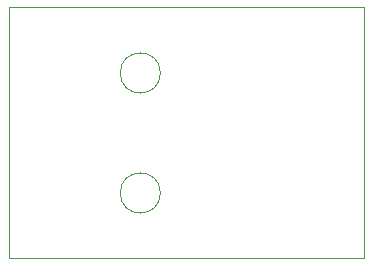
<source format=gbr>
%TF.GenerationSoftware,KiCad,Pcbnew,5.1.6-c6e7f7d~87~ubuntu20.04.1*%
%TF.CreationDate,2022-04-29T16:14:20+02:00*%
%TF.ProjectId,i2c_display,6932635f-6469-4737-906c-61792e6b6963,rev?*%
%TF.SameCoordinates,PXa03a458PY706ce10*%
%TF.FileFunction,Profile,NP*%
%FSLAX46Y46*%
G04 Gerber Fmt 4.6, Leading zero omitted, Abs format (unit mm)*
G04 Created by KiCad (PCBNEW 5.1.6-c6e7f7d~87~ubuntu20.04.1) date 2022-04-29 16:14:20*
%MOMM*%
%LPD*%
G01*
G04 APERTURE LIST*
%TA.AperFunction,Profile*%
%ADD10C,0.050000*%
%TD*%
G04 APERTURE END LIST*
D10*
X12789160Y5426480D02*
G75*
G03*
X12789160Y5426480I-1700000J0D01*
G01*
X12789160Y15586480D02*
G75*
G03*
X12789160Y15586480I-1700000J0D01*
G01*
X-10840Y21186480D02*
X-10840Y-113520D01*
X-10840Y21186480D02*
X29989160Y21186480D01*
X29989160Y21186480D02*
X29989160Y-113520D01*
X-10840Y-113520D02*
X29989160Y-113520D01*
M02*

</source>
